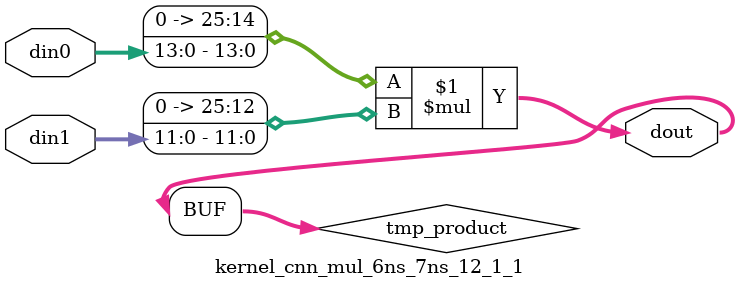
<source format=v>

`timescale 1 ns / 1 ps

  module kernel_cnn_mul_6ns_7ns_12_1_1(din0, din1, dout);
parameter ID = 1;
parameter NUM_STAGE = 0;
parameter din0_WIDTH = 14;
parameter din1_WIDTH = 12;
parameter dout_WIDTH = 26;

input [din0_WIDTH - 1 : 0] din0; 
input [din1_WIDTH - 1 : 0] din1; 
output [dout_WIDTH - 1 : 0] dout;

wire signed [dout_WIDTH - 1 : 0] tmp_product;










assign tmp_product = $signed({1'b0, din0}) * $signed({1'b0, din1});











assign dout = tmp_product;







endmodule

</source>
